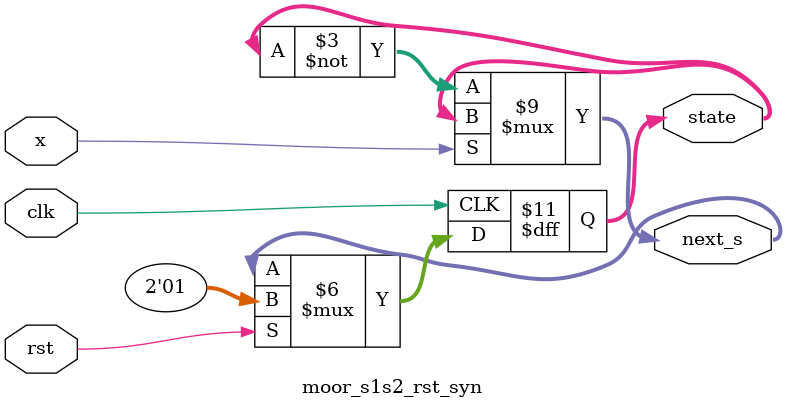
<source format=v>
module moor_s1s2_rst_syn(
    input clk, rst, x,
    output reg [1:0]state, next_s
);

    always @(state, x) begin
        if (x == 1) begin
            next_s = state;
        end
        else begin
            next_s = ~state;
        end
    end

    always @(posedge clk) begin
        if (rst) state <= 2'b01;
        else state <= next_s;
    end

endmodule
</source>
